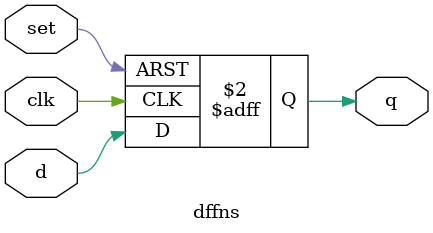
<source format=sv>
module dffns (input logic d, clk, set,
			 output q);

always_ff @(negedge clk, posedge set)
	if (set)
		q <= 1;
	else
		q <= d;
endmodule
</source>
